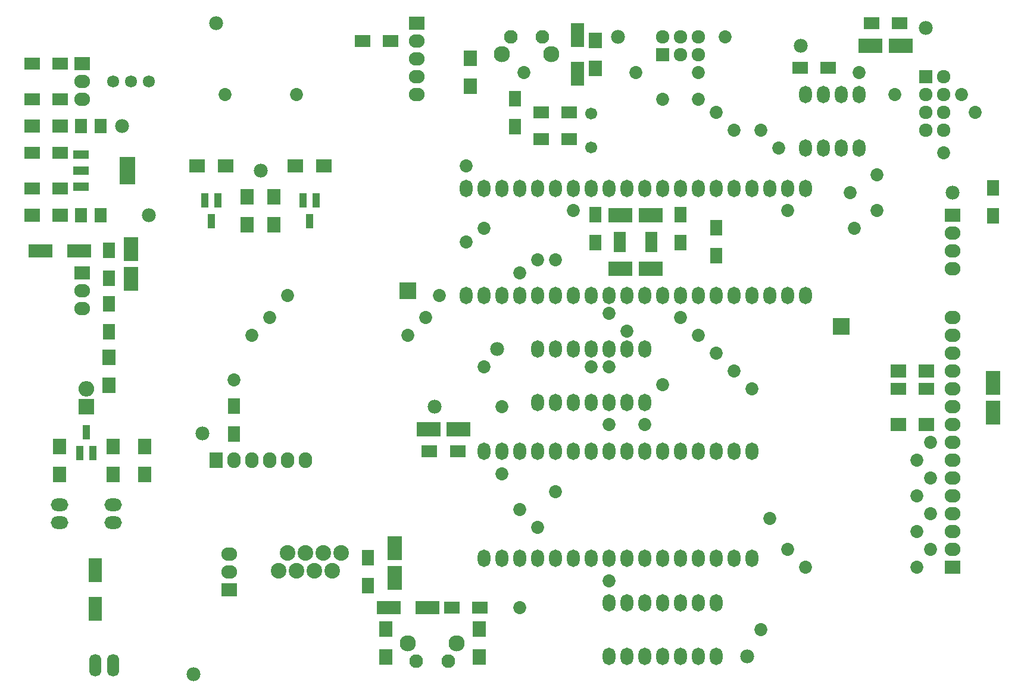
<source format=gbs>
G04 #@! TF.FileFunction,Soldermask,Bot*
%FSLAX46Y46*%
G04 Gerber Fmt 4.6, Leading zero omitted, Abs format (unit mm)*
G04 Created by KiCad (PCBNEW (2015-07-01 BZR 5850, Git 51c0ae3)-product) date 08.09.2015 00:21:10*
%MOMM*%
G01*
G04 APERTURE LIST*
%ADD10C,0.100000*%
%ADD11R,1.800000X2.200000*%
%ADD12R,2.200000X1.800000*%
%ADD13R,3.349600X2.000860*%
%ADD14R,2.000860X3.349600*%
%ADD15R,1.899260X3.499460*%
%ADD16R,3.499460X1.899260*%
%ADD17R,1.797660X2.000860*%
%ADD18O,1.800000X2.500000*%
%ADD19R,1.701140X2.999080*%
%ADD20R,2.232000X1.927200*%
%ADD21O,2.232000X1.927200*%
%ADD22R,1.927200X2.232000*%
%ADD23O,1.927200X2.232000*%
%ADD24R,1.927200X1.927200*%
%ADD25O,1.927200X1.927200*%
%ADD26C,2.232000*%
%ADD27R,2.232000X2.232000*%
%ADD28O,2.232000X2.232000*%
%ADD29R,1.000100X2.000860*%
%ADD30R,1.900000X2.200000*%
%ADD31R,2.200000X1.900000*%
%ADD32C,2.300000*%
%ADD33C,1.950000*%
%ADD34C,1.724000*%
%ADD35R,2.232000X3.857600*%
%ADD36R,2.232000X1.216000*%
%ADD37O,2.500000X1.800000*%
%ADD38C,1.701140*%
%ADD39R,2.435200X2.435200*%
%ADD40O,1.706220X3.214980*%
%ADD41C,1.851000*%
%ADD42C,1.978000*%
G04 APERTURE END LIST*
D10*
D11*
X71374000Y-19399000D03*
X71374000Y-15399000D03*
D12*
X79089000Y-17399000D03*
X75089000Y-17399000D03*
X79089000Y-21209000D03*
X75089000Y-21209000D03*
D11*
X99949000Y-33814000D03*
X99949000Y-37814000D03*
D13*
X86393020Y-32004000D03*
X90644980Y-32004000D03*
D11*
X94869000Y-35909000D03*
X94869000Y-31909000D03*
X82804000Y-31909000D03*
X82804000Y-35909000D03*
D13*
X90644980Y-39624000D03*
X86393020Y-39624000D03*
D12*
X6699000Y-28194000D03*
X2699000Y-28194000D03*
D11*
X13589000Y-48609000D03*
X13589000Y-44609000D03*
D12*
X6699000Y-15494000D03*
X2699000Y-15494000D03*
X6699000Y-10414000D03*
X2699000Y-10414000D03*
X6699000Y-23114000D03*
X2699000Y-23114000D03*
D11*
X13589000Y-36989000D03*
X13589000Y-40989000D03*
D14*
X16764000Y-41114980D03*
X16764000Y-36863020D03*
D12*
X63214000Y-65659000D03*
X59214000Y-65659000D03*
D13*
X59088020Y-62484000D03*
X63339980Y-62484000D03*
D14*
X139319000Y-60164980D03*
X139319000Y-55913020D03*
D12*
X129889000Y-56769000D03*
X125889000Y-56769000D03*
D11*
X139319000Y-32099000D03*
X139319000Y-28099000D03*
D12*
X111919000Y-11049000D03*
X115919000Y-11049000D03*
X126079000Y-4699000D03*
X122079000Y-4699000D03*
X49689000Y-7239000D03*
X53689000Y-7239000D03*
X66389000Y-87884000D03*
X62389000Y-87884000D03*
D11*
X31369000Y-63214000D03*
X31369000Y-59214000D03*
X50419000Y-84804000D03*
X50419000Y-80804000D03*
D15*
X80264000Y-11894820D03*
X80264000Y-6393180D03*
X11684000Y-82593180D03*
X11684000Y-88094820D03*
D16*
X9354820Y-37084000D03*
X3853180Y-37084000D03*
D17*
X12468860Y-32004000D03*
X9629140Y-32004000D03*
D16*
X53383180Y-87884000D03*
X58884820Y-87884000D03*
D18*
X112649000Y-28194000D03*
X110109000Y-28194000D03*
X107569000Y-28194000D03*
X105029000Y-28194000D03*
X102489000Y-28194000D03*
X99949000Y-28194000D03*
X97409000Y-28194000D03*
X94869000Y-28194000D03*
X92329000Y-28194000D03*
X89789000Y-28194000D03*
X87249000Y-28194000D03*
X84709000Y-28194000D03*
X82169000Y-28194000D03*
X79629000Y-28194000D03*
X77089000Y-28194000D03*
X74549000Y-28194000D03*
X72009000Y-28194000D03*
X69469000Y-28194000D03*
X66929000Y-28194000D03*
X64389000Y-28194000D03*
X64389000Y-43434000D03*
X66929000Y-43434000D03*
X69469000Y-43434000D03*
X72009000Y-43434000D03*
X74549000Y-43434000D03*
X77089000Y-43434000D03*
X79629000Y-43434000D03*
X82169000Y-43434000D03*
X84709000Y-43434000D03*
X87249000Y-43434000D03*
X89789000Y-43434000D03*
X92329000Y-43434000D03*
X94869000Y-43434000D03*
X97409000Y-43434000D03*
X99949000Y-43434000D03*
X102489000Y-43434000D03*
X105029000Y-43434000D03*
X107569000Y-43434000D03*
X110109000Y-43434000D03*
X112649000Y-43434000D03*
D19*
X90769440Y-35814000D03*
X86268560Y-35814000D03*
D20*
X133604000Y-32004000D03*
D21*
X133604000Y-34544000D03*
X133604000Y-37084000D03*
X133604000Y-39624000D03*
D18*
X112649000Y-22479000D03*
X115189000Y-22479000D03*
X117729000Y-22479000D03*
X120269000Y-22479000D03*
X120269000Y-14859000D03*
X117729000Y-14859000D03*
X115189000Y-14859000D03*
X112649000Y-14859000D03*
D22*
X28829000Y-66929000D03*
D23*
X31369000Y-66929000D03*
X33909000Y-66929000D03*
X36449000Y-66929000D03*
X38989000Y-66929000D03*
X41529000Y-66929000D03*
D24*
X129794000Y-12319000D03*
D25*
X132334000Y-12319000D03*
X129794000Y-14859000D03*
X132334000Y-14859000D03*
X129794000Y-17399000D03*
X132334000Y-17399000D03*
X129794000Y-19939000D03*
X132334000Y-19939000D03*
D20*
X57404000Y-4699000D03*
D21*
X57404000Y-7239000D03*
X57404000Y-9779000D03*
X57404000Y-12319000D03*
X57404000Y-14859000D03*
D26*
X42799000Y-82677000D03*
X41529000Y-80137000D03*
X40259000Y-82677000D03*
X38989000Y-80137000D03*
X37719000Y-82677000D03*
X46609000Y-80137000D03*
X45339000Y-82677000D03*
X44069000Y-80137000D03*
D27*
X10414000Y-59309000D03*
D28*
X10414000Y-56769000D03*
D29*
X11364000Y-65890140D03*
X9464000Y-65890140D03*
X10414000Y-62887860D03*
X41214000Y-29867860D03*
X43114000Y-29867860D03*
X42164000Y-32870140D03*
X27244000Y-29867860D03*
X29144000Y-29867860D03*
X28194000Y-32870140D03*
D30*
X65024000Y-9684000D03*
X65024000Y-13684000D03*
X82804000Y-11144000D03*
X82804000Y-7144000D03*
X18669000Y-68929000D03*
X18669000Y-64929000D03*
X14224000Y-68929000D03*
X14224000Y-64929000D03*
X13589000Y-56229000D03*
X13589000Y-52229000D03*
X6604000Y-68929000D03*
X6604000Y-64929000D03*
D31*
X129889000Y-61849000D03*
X125889000Y-61849000D03*
X129889000Y-54229000D03*
X125889000Y-54229000D03*
D30*
X37084000Y-29369000D03*
X37084000Y-33369000D03*
X33274000Y-29369000D03*
X33274000Y-33369000D03*
D31*
X40164000Y-25019000D03*
X44164000Y-25019000D03*
X26194000Y-25019000D03*
X30194000Y-25019000D03*
D30*
X66294000Y-94964000D03*
X66294000Y-90964000D03*
X52959000Y-90964000D03*
X52959000Y-94964000D03*
D32*
X76499000Y-9094000D03*
D33*
X75239000Y-6604000D03*
X70739000Y-6604000D03*
D32*
X69489000Y-9094000D03*
X56089000Y-93014000D03*
D33*
X57349000Y-95504000D03*
X61849000Y-95504000D03*
D32*
X63099000Y-93014000D03*
D34*
X16764000Y-12954000D03*
X14224000Y-12954000D03*
X19304000Y-12954000D03*
D20*
X9779000Y-40259000D03*
D21*
X9779000Y-42799000D03*
X9779000Y-45339000D03*
D20*
X9779000Y-10414000D03*
D21*
X9779000Y-12954000D03*
X9779000Y-15494000D03*
D35*
X16256000Y-25654000D03*
D36*
X9652000Y-25654000D03*
X9652000Y-23368000D03*
X9652000Y-27940000D03*
D18*
X99949000Y-87249000D03*
X97409000Y-87249000D03*
X94869000Y-87249000D03*
X92329000Y-87249000D03*
X89789000Y-87249000D03*
X87249000Y-87249000D03*
X84709000Y-87249000D03*
X84709000Y-94869000D03*
X87249000Y-94869000D03*
X89789000Y-94869000D03*
X92329000Y-94869000D03*
X94869000Y-94869000D03*
X97409000Y-94869000D03*
X99949000Y-94869000D03*
X74549000Y-58674000D03*
X77089000Y-58674000D03*
X79629000Y-58674000D03*
X82169000Y-58674000D03*
X84709000Y-58674000D03*
X87249000Y-58674000D03*
X89789000Y-58674000D03*
X89789000Y-51054000D03*
X87249000Y-51054000D03*
X84709000Y-51054000D03*
X82169000Y-51054000D03*
X79629000Y-51054000D03*
X77089000Y-51054000D03*
X74549000Y-51054000D03*
X66929000Y-80899000D03*
X69469000Y-80899000D03*
X72009000Y-80899000D03*
X74549000Y-80899000D03*
X77089000Y-80899000D03*
X79629000Y-80899000D03*
X82169000Y-80899000D03*
X84709000Y-80899000D03*
X87249000Y-80899000D03*
X89789000Y-80899000D03*
X92329000Y-80899000D03*
X94869000Y-80899000D03*
X97409000Y-80899000D03*
X99949000Y-80899000D03*
X102489000Y-80899000D03*
X105029000Y-80899000D03*
X105029000Y-65659000D03*
X102489000Y-65659000D03*
X99949000Y-65659000D03*
X97409000Y-65659000D03*
X94869000Y-65659000D03*
X92329000Y-65659000D03*
X89789000Y-65659000D03*
X87249000Y-65659000D03*
X84709000Y-65659000D03*
X82169000Y-65659000D03*
X79629000Y-65659000D03*
X77089000Y-65659000D03*
X74549000Y-65659000D03*
X72009000Y-65659000D03*
X69469000Y-65659000D03*
X66929000Y-65659000D03*
D37*
X14224000Y-75819000D03*
X14224000Y-73279000D03*
X6604000Y-73279000D03*
X6604000Y-75819000D03*
D38*
X82169000Y-22379940D03*
X82169000Y-17498060D03*
D13*
X121953020Y-7874000D03*
X126204980Y-7874000D03*
D14*
X54229000Y-79408020D03*
X54229000Y-83659980D03*
D31*
X6699000Y-32004000D03*
X2699000Y-32004000D03*
D17*
X12468860Y-19304000D03*
X9629140Y-19304000D03*
D31*
X6699000Y-19304000D03*
X2699000Y-19304000D03*
D20*
X133604000Y-82169000D03*
D21*
X133604000Y-79629000D03*
X133604000Y-77089000D03*
X133604000Y-74549000D03*
X133604000Y-72009000D03*
X133604000Y-69469000D03*
X133604000Y-66929000D03*
X133604000Y-64389000D03*
X133604000Y-61849000D03*
X133604000Y-59309000D03*
X133604000Y-56769000D03*
X133604000Y-54229000D03*
X133604000Y-51689000D03*
X133604000Y-49149000D03*
X133604000Y-46609000D03*
D24*
X92329000Y-9144000D03*
D25*
X92329000Y-6604000D03*
X94869000Y-9144000D03*
X94869000Y-6604000D03*
X97409000Y-9144000D03*
X97409000Y-6604000D03*
D20*
X30734000Y-85344000D03*
D21*
X30734000Y-82804000D03*
X30734000Y-80264000D03*
D39*
X117729000Y-47879000D03*
X56134000Y-42799000D03*
D40*
X11684000Y-96139000D03*
X14224000Y-96139000D03*
D41*
X97409000Y-11684000D03*
X88519000Y-11684000D03*
X72644000Y-11684000D03*
D42*
X25654000Y-97409000D03*
X129794000Y-5334000D03*
X15494000Y-19304000D03*
D41*
X60579000Y-43434000D03*
X79629000Y-31369000D03*
X110109000Y-31369000D03*
X108839000Y-22479000D03*
X38989000Y-43434000D03*
X122809000Y-26289000D03*
X106299000Y-19939000D03*
X31369000Y-55499000D03*
X102489000Y-19939000D03*
X101219000Y-6604000D03*
X99949000Y-17399000D03*
X136779000Y-17399000D03*
X120269000Y-11684000D03*
X97409000Y-15494000D03*
X92329000Y-15494000D03*
X64389000Y-25019000D03*
X118999000Y-28829000D03*
X66929000Y-33909000D03*
X122809000Y-31369000D03*
X64389000Y-35814000D03*
X119634000Y-33909000D03*
X36449000Y-46609000D03*
X58674000Y-46609000D03*
X33909000Y-49149000D03*
X56134000Y-49149000D03*
X106299000Y-91059000D03*
X66929000Y-53594000D03*
X69469000Y-59309000D03*
X84709000Y-45974000D03*
X107569000Y-75184000D03*
X128524000Y-77089000D03*
X84709000Y-84074000D03*
X72009000Y-87884000D03*
X89789000Y-61849000D03*
X84709000Y-61849000D03*
X92329000Y-56134000D03*
X69469000Y-68834000D03*
X72009000Y-73914000D03*
X87249000Y-48514000D03*
X84709000Y-53594000D03*
X77089000Y-71374000D03*
X74549000Y-76454000D03*
X82169000Y-53594000D03*
X30099000Y-14859000D03*
X40259000Y-14859000D03*
X102489000Y-54229000D03*
X128524000Y-72009000D03*
X99949000Y-51689000D03*
X130429000Y-69469000D03*
X72009000Y-40259000D03*
X134874000Y-14859000D03*
X125349000Y-14859000D03*
X74549000Y-38354000D03*
X132334000Y-23114000D03*
X77089000Y-38354000D03*
X94869000Y-46609000D03*
X130429000Y-64389000D03*
X97409000Y-49149000D03*
X128524000Y-66929000D03*
X110109000Y-79629000D03*
X130429000Y-79629000D03*
D42*
X104394000Y-94869000D03*
X68834000Y-51054000D03*
X59944000Y-59309000D03*
X26924000Y-63119000D03*
X28829000Y-4699000D03*
X112014000Y-7874000D03*
X133604000Y-28829000D03*
X85979000Y-6604000D03*
X35179000Y-25654000D03*
X19304000Y-32004000D03*
D41*
X130429000Y-74549000D03*
X105029000Y-56769000D03*
X112649000Y-82169000D03*
X128524000Y-82169000D03*
M02*

</source>
